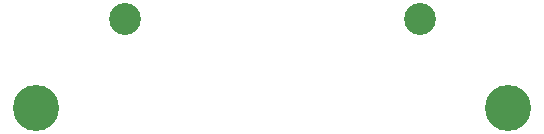
<source format=gbs>
G04 #@! TF.GenerationSoftware,KiCad,Pcbnew,(2017-06-12 revision 19d5cc754)-master*
G04 #@! TF.CreationDate,2017-12-21T18:22:36+01:00*
G04 #@! TF.ProjectId,LF_antenna_denser,4C465F616E74656E6E615F64656E7365,rev?*
G04 #@! TF.FileFunction,Soldermask,Bot*
G04 #@! TF.FilePolarity,Negative*
%FSLAX46Y46*%
G04 Gerber Fmt 4.6, Leading zero omitted, Abs format (unit mm)*
G04 Created by KiCad (PCBNEW (2017-06-12 revision 19d5cc754)-master) date 2017 December 21, Thursday 18:22:36*
%MOMM*%
%LPD*%
G01*
G04 APERTURE LIST*
%ADD10C,0.050000*%
%ADD11C,3.900000*%
%ADD12C,2.701240*%
G04 APERTURE END LIST*
D10*
D11*
X168000000Y-105000000D03*
X128000000Y-105000000D03*
D12*
X135500000Y-97500000D03*
X160498680Y-97500000D03*
M02*

</source>
